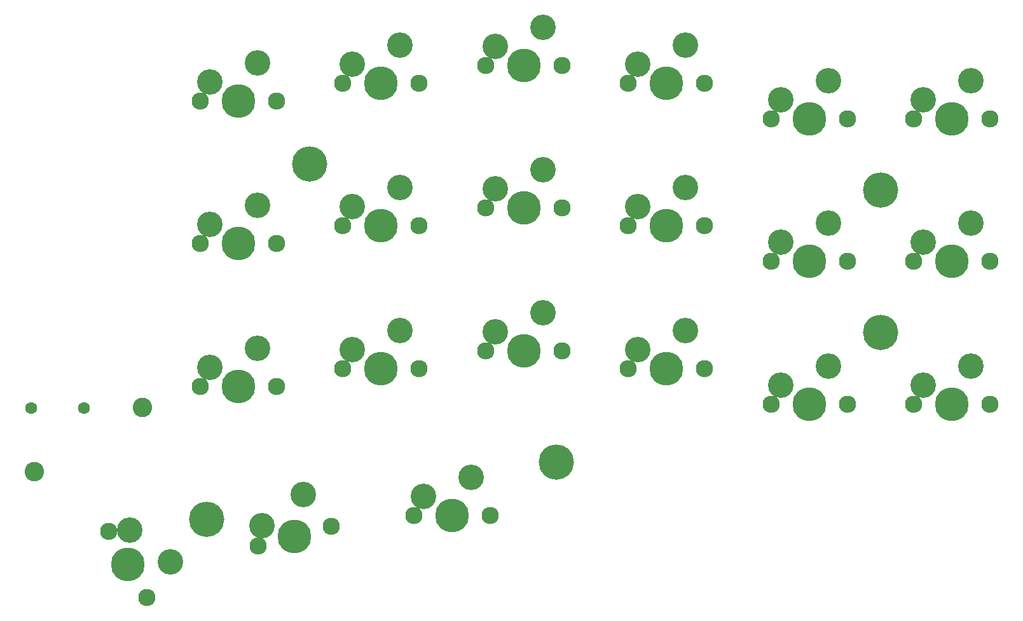
<source format=gts>
G04 #@! TF.GenerationSoftware,KiCad,Pcbnew,(5.1.10)-1*
G04 #@! TF.CreationDate,2021-11-26T09:38:35+07:00*
G04 #@! TF.ProjectId,corne-cherry,636f726e-652d-4636-9865-7272792e6b69,3.0.1*
G04 #@! TF.SameCoordinates,Original*
G04 #@! TF.FileFunction,Soldermask,Top*
G04 #@! TF.FilePolarity,Negative*
%FSLAX46Y46*%
G04 Gerber Fmt 4.6, Leading zero omitted, Abs format (unit mm)*
G04 Created by KiCad (PCBNEW (5.1.10)-1) date 2021-11-26 09:38:35*
%MOMM*%
%LPD*%
G01*
G04 APERTURE LIST*
%ADD10C,3.400000*%
%ADD11C,2.300000*%
%ADD12C,4.500000*%
%ADD13C,2.600000*%
%ADD14C,4.700000*%
%ADD15C,1.600000*%
G04 APERTURE END LIST*
D10*
X136606500Y-69837000D03*
X130256500Y-72377000D03*
D11*
X128986500Y-74917000D03*
X139146500Y-74917000D03*
D12*
X134066500Y-74917000D03*
D10*
X117599500Y-53217000D03*
X111249500Y-55757000D03*
D11*
X109979500Y-58297000D03*
X120139500Y-58297000D03*
D12*
X115059500Y-58297000D03*
D10*
X193606500Y-74587000D03*
X187256500Y-77127000D03*
D11*
X185986500Y-79667000D03*
X196146500Y-79667000D03*
D12*
X191066500Y-79667000D03*
D10*
X212606500Y-93587000D03*
X206256500Y-96127000D03*
D11*
X204986500Y-98667000D03*
X215146500Y-98667000D03*
D12*
X210066500Y-98667000D03*
D10*
X193606500Y-55587000D03*
X187256500Y-58127000D03*
D11*
X185986500Y-60667000D03*
X196146500Y-60667000D03*
D12*
X191066500Y-60667000D03*
D10*
X174606500Y-50837000D03*
X168256500Y-53377000D03*
D11*
X166986500Y-55917000D03*
X177146500Y-55917000D03*
D12*
X172066500Y-55917000D03*
D10*
X174606500Y-69837000D03*
X168256500Y-72377000D03*
D11*
X166986500Y-74917000D03*
X177146500Y-74917000D03*
D12*
X172066500Y-74917000D03*
D10*
X212606500Y-74587000D03*
X206256500Y-77127000D03*
D11*
X204986500Y-79667000D03*
X215146500Y-79667000D03*
D12*
X210066500Y-79667000D03*
D10*
X155606500Y-67462000D03*
X149256500Y-70002000D03*
D11*
X147986500Y-72542000D03*
X158146500Y-72542000D03*
D12*
X153066500Y-72542000D03*
D10*
X136606500Y-88837000D03*
X130256500Y-91377000D03*
D11*
X128986500Y-93917000D03*
X139146500Y-93917000D03*
D12*
X134066500Y-93917000D03*
D10*
X155606500Y-48462000D03*
X149256500Y-51002000D03*
D11*
X147986500Y-53542000D03*
X158146500Y-53542000D03*
D12*
X153066500Y-53542000D03*
D10*
X146106500Y-108462000D03*
X139756500Y-111002000D03*
D11*
X138486500Y-113542000D03*
X148646500Y-113542000D03*
D12*
X143566500Y-113542000D03*
D10*
X123705151Y-110727696D03*
X118228922Y-114824649D03*
D11*
X117659597Y-117606801D03*
X127473403Y-114977199D03*
D12*
X122566500Y-116292000D03*
D10*
X174606500Y-88837000D03*
X168256500Y-91377000D03*
D11*
X166986500Y-93917000D03*
X177146500Y-93917000D03*
D12*
X172066500Y-93917000D03*
D10*
X136606500Y-50837000D03*
X130256500Y-53377000D03*
D11*
X128986500Y-55917000D03*
X139146500Y-55917000D03*
D12*
X134066500Y-55917000D03*
D13*
X102302500Y-99156000D03*
D14*
X124596500Y-66667500D03*
X110841500Y-114037000D03*
X157407500Y-106422500D03*
X200551500Y-89157500D03*
X200551500Y-70157500D03*
D13*
X87870500Y-107677000D03*
D10*
X105985909Y-119701705D03*
X100611205Y-115472443D03*
D11*
X97776500Y-115642591D03*
X102856500Y-124441409D03*
D12*
X100316500Y-120042000D03*
D15*
X94489500Y-99162000D03*
X87489500Y-99162000D03*
D10*
X212606500Y-55587000D03*
X206256500Y-58127000D03*
D11*
X204986500Y-60667000D03*
X215146500Y-60667000D03*
D12*
X210066500Y-60667000D03*
D10*
X117606500Y-72212000D03*
X111256500Y-74752000D03*
D11*
X109986500Y-77292000D03*
X120146500Y-77292000D03*
D12*
X115066500Y-77292000D03*
D10*
X117606500Y-91212000D03*
X111256500Y-93752000D03*
D11*
X109986500Y-96292000D03*
X120146500Y-96292000D03*
D12*
X115066500Y-96292000D03*
D10*
X193606500Y-93587000D03*
X187256500Y-96127000D03*
D11*
X185986500Y-98667000D03*
X196146500Y-98667000D03*
D12*
X191066500Y-98667000D03*
D10*
X155606500Y-86462000D03*
X149256500Y-89002000D03*
D11*
X147986500Y-91542000D03*
X158146500Y-91542000D03*
D12*
X153066500Y-91542000D03*
M02*

</source>
